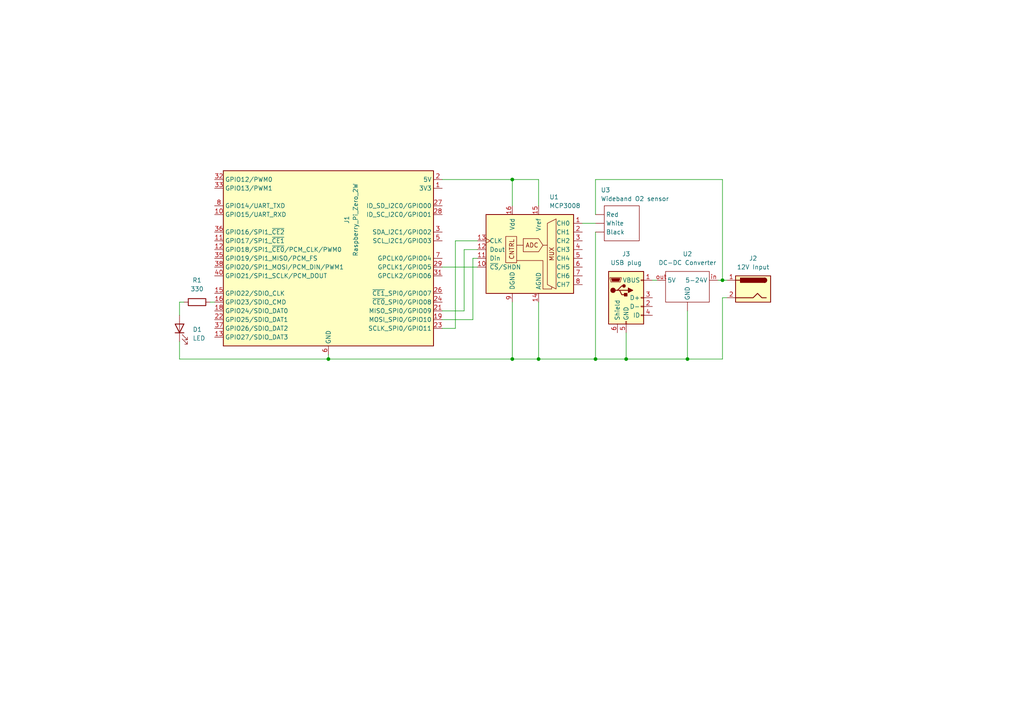
<source format=kicad_sch>
(kicad_sch
	(version 20250114)
	(generator "eeschema")
	(generator_version "9.0")
	(uuid "1b2f84d5-266a-4901-af4f-250e70ba90d8")
	(paper "A4")
	(lib_symbols
		(symbol "Analog_ADC:MCP3008"
			(pin_names
				(offset 1.016)
			)
			(exclude_from_sim no)
			(in_bom yes)
			(on_board yes)
			(property "Reference" "U"
				(at -5.08 13.335 0)
				(effects
					(font
						(size 1.27 1.27)
					)
					(justify right)
				)
			)
			(property "Value" "MCP3008"
				(at -5.08 11.43 0)
				(effects
					(font
						(size 1.27 1.27)
					)
					(justify right)
				)
			)
			(property "Footprint" ""
				(at 2.54 2.54 0)
				(effects
					(font
						(size 1.27 1.27)
					)
					(hide yes)
				)
			)
			(property "Datasheet" "http://ww1.microchip.com/downloads/en/DeviceDoc/21295d.pdf"
				(at 2.54 2.54 0)
				(effects
					(font
						(size 1.27 1.27)
					)
					(hide yes)
				)
			)
			(property "Description" "A/D Converter, 10-Bit, 8-Channel, SPI Interface , 2.7V-5.5V"
				(at 0 0 0)
				(effects
					(font
						(size 1.27 1.27)
					)
					(hide yes)
				)
			)
			(property "ki_keywords" "12bit ADC Reference Single Supply SPI 8CH"
				(at 0 0 0)
				(effects
					(font
						(size 1.27 1.27)
					)
					(hide yes)
				)
			)
			(property "ki_fp_filters" "DIP*W7.62mm* SOIC*3.9x9.9mm*P1.27mm*"
				(at 0 0 0)
				(effects
					(font
						(size 1.27 1.27)
					)
					(hide yes)
				)
			)
			(symbol "MCP3008_0_0"
				(text "MUX"
					(at -6.35 -1.27 900)
					(effects
						(font
							(size 1.27 1.27)
						)
					)
				)
				(text "ADC"
					(at -0.635 1.27 0)
					(effects
						(font
							(size 1.27 1.27)
						)
					)
				)
				(text "CNTRL"
					(at 5.969 -2.921 900)
					(effects
						(font
							(size 1.27 1.27)
						)
						(justify left bottom)
					)
				)
			)
			(symbol "MCP3008_0_1"
				(polyline
					(pts
						(xy -7.62 8.89) (xy -7.62 -11.43) (xy -5.08 -10.16) (xy -5.08 7.62) (xy -7.62 8.89)
					)
					(stroke
						(width 0)
						(type default)
					)
					(fill
						(type none)
					)
				)
				(polyline
					(pts
						(xy -3.81 1.27) (xy -5.08 1.27)
					)
					(stroke
						(width 0)
						(type default)
					)
					(fill
						(type none)
					)
				)
				(polyline
					(pts
						(xy 1.905 3.175) (xy 1.905 -0.635) (xy -2.54 -0.635) (xy -3.81 1.27) (xy -2.54 3.175) (xy 1.905 3.175)
					)
					(stroke
						(width 0)
						(type default)
					)
					(fill
						(type none)
					)
				)
				(polyline
					(pts
						(xy 1.905 1.27) (xy 3.81 1.27)
					)
					(stroke
						(width 0)
						(type default)
					)
					(fill
						(type none)
					)
				)
				(polyline
					(pts
						(xy 3.81 -3.175) (xy -3.81 -3.175) (xy -3.81 -11.43) (xy -6.35 -11.43) (xy -6.35 -10.795)
					)
					(stroke
						(width 0)
						(type default)
					)
					(fill
						(type none)
					)
				)
				(rectangle
					(start 3.81 -3.81)
					(end 6.985 3.81)
					(stroke
						(width 0)
						(type default)
					)
					(fill
						(type none)
					)
				)
				(rectangle
					(start 12.7 -12.7)
					(end -12.7 10.16)
					(stroke
						(width 0.254)
						(type default)
					)
					(fill
						(type background)
					)
				)
			)
			(symbol "MCP3008_1_1"
				(pin input line
					(at -15.24 7.62 0)
					(length 2.54)
					(name "CH0"
						(effects
							(font
								(size 1.27 1.27)
							)
						)
					)
					(number "1"
						(effects
							(font
								(size 1.27 1.27)
							)
						)
					)
				)
				(pin input line
					(at -15.24 5.08 0)
					(length 2.54)
					(name "CH1"
						(effects
							(font
								(size 1.27 1.27)
							)
						)
					)
					(number "2"
						(effects
							(font
								(size 1.27 1.27)
							)
						)
					)
				)
				(pin input line
					(at -15.24 2.54 0)
					(length 2.54)
					(name "CH2"
						(effects
							(font
								(size 1.27 1.27)
							)
						)
					)
					(number "3"
						(effects
							(font
								(size 1.27 1.27)
							)
						)
					)
				)
				(pin input line
					(at -15.24 0 0)
					(length 2.54)
					(name "CH3"
						(effects
							(font
								(size 1.27 1.27)
							)
						)
					)
					(number "4"
						(effects
							(font
								(size 1.27 1.27)
							)
						)
					)
				)
				(pin input line
					(at -15.24 -2.54 0)
					(length 2.54)
					(name "CH4"
						(effects
							(font
								(size 1.27 1.27)
							)
						)
					)
					(number "5"
						(effects
							(font
								(size 1.27 1.27)
							)
						)
					)
				)
				(pin input line
					(at -15.24 -5.08 0)
					(length 2.54)
					(name "CH5"
						(effects
							(font
								(size 1.27 1.27)
							)
						)
					)
					(number "6"
						(effects
							(font
								(size 1.27 1.27)
							)
						)
					)
				)
				(pin input line
					(at -15.24 -7.62 0)
					(length 2.54)
					(name "CH6"
						(effects
							(font
								(size 1.27 1.27)
							)
						)
					)
					(number "7"
						(effects
							(font
								(size 1.27 1.27)
							)
						)
					)
				)
				(pin input line
					(at -15.24 -10.16 0)
					(length 2.54)
					(name "CH7"
						(effects
							(font
								(size 1.27 1.27)
							)
						)
					)
					(number "8"
						(effects
							(font
								(size 1.27 1.27)
							)
						)
					)
				)
				(pin power_in line
					(at -2.54 12.7 270)
					(length 2.54)
					(name "Vref"
						(effects
							(font
								(size 1.27 1.27)
							)
						)
					)
					(number "15"
						(effects
							(font
								(size 1.27 1.27)
							)
						)
					)
				)
				(pin power_in line
					(at -2.54 -15.24 90)
					(length 2.54)
					(name "AGND"
						(effects
							(font
								(size 1.27 1.27)
							)
						)
					)
					(number "14"
						(effects
							(font
								(size 1.27 1.27)
							)
						)
					)
				)
				(pin power_in line
					(at 5.08 12.7 270)
					(length 2.54)
					(name "Vdd"
						(effects
							(font
								(size 1.27 1.27)
							)
						)
					)
					(number "16"
						(effects
							(font
								(size 1.27 1.27)
							)
						)
					)
				)
				(pin power_in line
					(at 5.08 -15.24 90)
					(length 2.54)
					(name "DGND"
						(effects
							(font
								(size 1.27 1.27)
							)
						)
					)
					(number "9"
						(effects
							(font
								(size 1.27 1.27)
							)
						)
					)
				)
				(pin input clock
					(at 15.24 2.54 180)
					(length 2.54)
					(name "CLK"
						(effects
							(font
								(size 1.27 1.27)
							)
						)
					)
					(number "13"
						(effects
							(font
								(size 1.27 1.27)
							)
						)
					)
				)
				(pin output line
					(at 15.24 0 180)
					(length 2.54)
					(name "Dout"
						(effects
							(font
								(size 1.27 1.27)
							)
						)
					)
					(number "12"
						(effects
							(font
								(size 1.27 1.27)
							)
						)
					)
				)
				(pin input line
					(at 15.24 -2.54 180)
					(length 2.54)
					(name "Din"
						(effects
							(font
								(size 1.27 1.27)
							)
						)
					)
					(number "11"
						(effects
							(font
								(size 1.27 1.27)
							)
						)
					)
				)
				(pin input line
					(at 15.24 -5.08 180)
					(length 2.54)
					(name "~{CS}/SHDN"
						(effects
							(font
								(size 1.27 1.27)
							)
						)
					)
					(number "10"
						(effects
							(font
								(size 1.27 1.27)
							)
						)
					)
				)
			)
			(embedded_fonts no)
		)
		(symbol "Connector:Barrel_Jack"
			(pin_names
				(offset 1.016)
			)
			(exclude_from_sim no)
			(in_bom yes)
			(on_board yes)
			(property "Reference" "J"
				(at 0 5.334 0)
				(effects
					(font
						(size 1.27 1.27)
					)
				)
			)
			(property "Value" "Barrel_Jack"
				(at 0 -5.08 0)
				(effects
					(font
						(size 1.27 1.27)
					)
				)
			)
			(property "Footprint" ""
				(at 1.27 -1.016 0)
				(effects
					(font
						(size 1.27 1.27)
					)
					(hide yes)
				)
			)
			(property "Datasheet" "~"
				(at 1.27 -1.016 0)
				(effects
					(font
						(size 1.27 1.27)
					)
					(hide yes)
				)
			)
			(property "Description" "DC Barrel Jack"
				(at 0 0 0)
				(effects
					(font
						(size 1.27 1.27)
					)
					(hide yes)
				)
			)
			(property "ki_keywords" "DC power barrel jack connector"
				(at 0 0 0)
				(effects
					(font
						(size 1.27 1.27)
					)
					(hide yes)
				)
			)
			(property "ki_fp_filters" "BarrelJack*"
				(at 0 0 0)
				(effects
					(font
						(size 1.27 1.27)
					)
					(hide yes)
				)
			)
			(symbol "Barrel_Jack_0_1"
				(rectangle
					(start -5.08 3.81)
					(end 5.08 -3.81)
					(stroke
						(width 0.254)
						(type default)
					)
					(fill
						(type background)
					)
				)
				(polyline
					(pts
						(xy -3.81 -2.54) (xy -2.54 -2.54) (xy -1.27 -1.27) (xy 0 -2.54) (xy 2.54 -2.54) (xy 5.08 -2.54)
					)
					(stroke
						(width 0.254)
						(type default)
					)
					(fill
						(type none)
					)
				)
				(arc
					(start -3.302 1.905)
					(mid -3.9343 2.54)
					(end -3.302 3.175)
					(stroke
						(width 0.254)
						(type default)
					)
					(fill
						(type none)
					)
				)
				(arc
					(start -3.302 1.905)
					(mid -3.9343 2.54)
					(end -3.302 3.175)
					(stroke
						(width 0.254)
						(type default)
					)
					(fill
						(type outline)
					)
				)
				(rectangle
					(start 3.683 3.175)
					(end -3.302 1.905)
					(stroke
						(width 0.254)
						(type default)
					)
					(fill
						(type outline)
					)
				)
				(polyline
					(pts
						(xy 5.08 2.54) (xy 3.81 2.54)
					)
					(stroke
						(width 0.254)
						(type default)
					)
					(fill
						(type none)
					)
				)
			)
			(symbol "Barrel_Jack_1_1"
				(pin passive line
					(at 7.62 2.54 180)
					(length 2.54)
					(name "~"
						(effects
							(font
								(size 1.27 1.27)
							)
						)
					)
					(number "1"
						(effects
							(font
								(size 1.27 1.27)
							)
						)
					)
				)
				(pin passive line
					(at 7.62 -2.54 180)
					(length 2.54)
					(name "~"
						(effects
							(font
								(size 1.27 1.27)
							)
						)
					)
					(number "2"
						(effects
							(font
								(size 1.27 1.27)
							)
						)
					)
				)
			)
			(embedded_fonts no)
		)
		(symbol "Connector:Raspberry_Pi_4"
			(exclude_from_sim no)
			(in_bom yes)
			(on_board yes)
			(property "Reference" "J"
				(at -17.526 48.768 0)
				(effects
					(font
						(size 1.27 1.27)
					)
					(justify left bottom)
				)
			)
			(property "Value" "Raspberry_Pi_4"
				(at 15.748 -26.416 0)
				(effects
					(font
						(size 1.27 1.27)
					)
					(justify left top)
				)
			)
			(property "Footprint" ""
				(at 70.104 -47.498 0)
				(effects
					(font
						(size 1.27 1.27)
					)
					(justify left)
					(hide yes)
				)
			)
			(property "Datasheet" "https://datasheets.raspberrypi.com/rpi4/raspberry-pi-4-datasheet.pdf"
				(at 15.748 -32.258 0)
				(effects
					(font
						(size 1.27 1.27)
					)
					(justify left)
					(hide yes)
				)
			)
			(property "Description" "Raspberry Pi 4 Model B"
				(at 15.748 -29.718 0)
				(effects
					(font
						(size 1.27 1.27)
					)
					(justify left)
					(hide yes)
				)
			)
			(property "ki_keywords" "SBC RPi"
				(at 0 0 0)
				(effects
					(font
						(size 1.27 1.27)
					)
					(hide yes)
				)
			)
			(property "ki_fp_filters" "PinHeader*2x20*P2.54mm*Vertical* PinSocket*2x20*P2.54mm*Vertical*"
				(at 0 0 0)
				(effects
					(font
						(size 1.27 1.27)
					)
					(hide yes)
				)
			)
			(symbol "Raspberry_Pi_4_0_1"
				(rectangle
					(start -30.48 25.4)
					(end 30.48 -25.4)
					(stroke
						(width 0.254)
						(type default)
					)
					(fill
						(type background)
					)
				)
			)
			(symbol "Raspberry_Pi_4_1_1"
				(pin bidirectional line
					(at -33.02 22.86 0)
					(length 2.54)
					(name "GPIO12/PWM0"
						(effects
							(font
								(size 1.27 1.27)
							)
						)
					)
					(number "32"
						(effects
							(font
								(size 1.27 1.27)
							)
						)
					)
				)
				(pin bidirectional line
					(at -33.02 20.32 0)
					(length 2.54)
					(name "GPIO13/PWM1"
						(effects
							(font
								(size 1.27 1.27)
							)
						)
					)
					(number "33"
						(effects
							(font
								(size 1.27 1.27)
							)
						)
					)
				)
				(pin bidirectional line
					(at -33.02 15.24 0)
					(length 2.54)
					(name "GPIO14/UART_TXD"
						(effects
							(font
								(size 1.27 1.27)
							)
						)
					)
					(number "8"
						(effects
							(font
								(size 1.27 1.27)
							)
						)
					)
				)
				(pin bidirectional line
					(at -33.02 12.7 0)
					(length 2.54)
					(name "GPIO15/UART_RXD"
						(effects
							(font
								(size 1.27 1.27)
							)
						)
					)
					(number "10"
						(effects
							(font
								(size 1.27 1.27)
							)
						)
					)
				)
				(pin bidirectional line
					(at -33.02 7.62 0)
					(length 2.54)
					(name "GPIO16/SPI1_~{CE2}"
						(effects
							(font
								(size 1.27 1.27)
							)
						)
					)
					(number "36"
						(effects
							(font
								(size 1.27 1.27)
							)
						)
					)
				)
				(pin bidirectional line
					(at -33.02 5.08 0)
					(length 2.54)
					(name "GPIO17/SPI1_~{CE1}"
						(effects
							(font
								(size 1.27 1.27)
							)
						)
					)
					(number "11"
						(effects
							(font
								(size 1.27 1.27)
							)
						)
					)
				)
				(pin bidirectional line
					(at -33.02 2.54 0)
					(length 2.54)
					(name "GPIO18/SPI1_~{CE0}/PCM_CLK/PWM0"
						(effects
							(font
								(size 1.27 1.27)
							)
						)
					)
					(number "12"
						(effects
							(font
								(size 1.27 1.27)
							)
						)
					)
				)
				(pin bidirectional line
					(at -33.02 0 0)
					(length 2.54)
					(name "GPIO19/SPI1_MISO/PCM_FS"
						(effects
							(font
								(size 1.27 1.27)
							)
						)
					)
					(number "35"
						(effects
							(font
								(size 1.27 1.27)
							)
						)
					)
				)
				(pin bidirectional line
					(at -33.02 -2.54 0)
					(length 2.54)
					(name "GPIO20/SPI1_MOSI/PCM_DIN/PWM1"
						(effects
							(font
								(size 1.27 1.27)
							)
						)
					)
					(number "38"
						(effects
							(font
								(size 1.27 1.27)
							)
						)
					)
				)
				(pin bidirectional line
					(at -33.02 -5.08 0)
					(length 2.54)
					(name "GPIO21/SPI1_SCLK/PCM_DOUT"
						(effects
							(font
								(size 1.27 1.27)
							)
						)
					)
					(number "40"
						(effects
							(font
								(size 1.27 1.27)
							)
						)
					)
				)
				(pin bidirectional line
					(at -33.02 -10.16 0)
					(length 2.54)
					(name "GPIO22/SDIO_CLK"
						(effects
							(font
								(size 1.27 1.27)
							)
						)
					)
					(number "15"
						(effects
							(font
								(size 1.27 1.27)
							)
						)
					)
				)
				(pin bidirectional line
					(at -33.02 -12.7 0)
					(length 2.54)
					(name "GPIO23/SDIO_CMD"
						(effects
							(font
								(size 1.27 1.27)
							)
						)
					)
					(number "16"
						(effects
							(font
								(size 1.27 1.27)
							)
						)
					)
				)
				(pin bidirectional line
					(at -33.02 -15.24 0)
					(length 2.54)
					(name "GPIO24/SDIO_DAT0"
						(effects
							(font
								(size 1.27 1.27)
							)
						)
					)
					(number "18"
						(effects
							(font
								(size 1.27 1.27)
							)
						)
					)
				)
				(pin bidirectional line
					(at -33.02 -17.78 0)
					(length 2.54)
					(name "GPIO25/SDIO_DAT1"
						(effects
							(font
								(size 1.27 1.27)
							)
						)
					)
					(number "22"
						(effects
							(font
								(size 1.27 1.27)
							)
						)
					)
				)
				(pin bidirectional line
					(at -33.02 -20.32 0)
					(length 2.54)
					(name "GPIO26/SDIO_DAT2"
						(effects
							(font
								(size 1.27 1.27)
							)
						)
					)
					(number "37"
						(effects
							(font
								(size 1.27 1.27)
							)
						)
					)
				)
				(pin bidirectional line
					(at -33.02 -22.86 0)
					(length 2.54)
					(name "GPIO27/SDIO_DAT3"
						(effects
							(font
								(size 1.27 1.27)
							)
						)
					)
					(number "13"
						(effects
							(font
								(size 1.27 1.27)
							)
						)
					)
				)
				(pin passive line
					(at 0 -27.94 90)
					(length 2.54)
					(hide yes)
					(name "GND"
						(effects
							(font
								(size 1.27 1.27)
							)
						)
					)
					(number "14"
						(effects
							(font
								(size 1.27 1.27)
							)
						)
					)
				)
				(pin passive line
					(at 0 -27.94 90)
					(length 2.54)
					(hide yes)
					(name "GND"
						(effects
							(font
								(size 1.27 1.27)
							)
						)
					)
					(number "20"
						(effects
							(font
								(size 1.27 1.27)
							)
						)
					)
				)
				(pin passive line
					(at 0 -27.94 90)
					(length 2.54)
					(hide yes)
					(name "GND"
						(effects
							(font
								(size 1.27 1.27)
							)
						)
					)
					(number "25"
						(effects
							(font
								(size 1.27 1.27)
							)
						)
					)
				)
				(pin passive line
					(at 0 -27.94 90)
					(length 2.54)
					(hide yes)
					(name "GND"
						(effects
							(font
								(size 1.27 1.27)
							)
						)
					)
					(number "30"
						(effects
							(font
								(size 1.27 1.27)
							)
						)
					)
				)
				(pin passive line
					(at 0 -27.94 90)
					(length 2.54)
					(hide yes)
					(name "GND"
						(effects
							(font
								(size 1.27 1.27)
							)
						)
					)
					(number "34"
						(effects
							(font
								(size 1.27 1.27)
							)
						)
					)
				)
				(pin passive line
					(at 0 -27.94 90)
					(length 2.54)
					(hide yes)
					(name "GND"
						(effects
							(font
								(size 1.27 1.27)
							)
						)
					)
					(number "39"
						(effects
							(font
								(size 1.27 1.27)
							)
						)
					)
				)
				(pin power_out line
					(at 0 -27.94 90)
					(length 2.54)
					(name "GND"
						(effects
							(font
								(size 1.27 1.27)
							)
						)
					)
					(number "6"
						(effects
							(font
								(size 1.27 1.27)
							)
						)
					)
				)
				(pin passive line
					(at 0 -27.94 90)
					(length 2.54)
					(hide yes)
					(name "GND"
						(effects
							(font
								(size 1.27 1.27)
							)
						)
					)
					(number "9"
						(effects
							(font
								(size 1.27 1.27)
							)
						)
					)
				)
				(pin power_out line
					(at 33.02 22.86 180)
					(length 2.54)
					(name "5V"
						(effects
							(font
								(size 1.27 1.27)
							)
						)
					)
					(number "2"
						(effects
							(font
								(size 1.27 1.27)
							)
						)
					)
				)
				(pin passive line
					(at 33.02 22.86 180)
					(length 2.54)
					(hide yes)
					(name "5V"
						(effects
							(font
								(size 1.27 1.27)
							)
						)
					)
					(number "4"
						(effects
							(font
								(size 1.27 1.27)
							)
						)
					)
				)
				(pin power_out line
					(at 33.02 20.32 180)
					(length 2.54)
					(name "3V3"
						(effects
							(font
								(size 1.27 1.27)
							)
						)
					)
					(number "1"
						(effects
							(font
								(size 1.27 1.27)
							)
						)
					)
				)
				(pin passive line
					(at 33.02 20.32 180)
					(length 2.54)
					(hide yes)
					(name "3V3"
						(effects
							(font
								(size 1.27 1.27)
							)
						)
					)
					(number "17"
						(effects
							(font
								(size 1.27 1.27)
							)
						)
					)
				)
				(pin bidirectional line
					(at 33.02 15.24 180)
					(length 2.54)
					(name "ID_SD_I2C0/GPIO00"
						(effects
							(font
								(size 1.27 1.27)
							)
						)
					)
					(number "27"
						(effects
							(font
								(size 1.27 1.27)
							)
						)
					)
				)
				(pin bidirectional line
					(at 33.02 12.7 180)
					(length 2.54)
					(name "ID_SC_I2C0/GPIO01"
						(effects
							(font
								(size 1.27 1.27)
							)
						)
					)
					(number "28"
						(effects
							(font
								(size 1.27 1.27)
							)
						)
					)
				)
				(pin bidirectional line
					(at 33.02 7.62 180)
					(length 2.54)
					(name "SDA_I2C1/GPIO02"
						(effects
							(font
								(size 1.27 1.27)
							)
						)
					)
					(number "3"
						(effects
							(font
								(size 1.27 1.27)
							)
						)
					)
				)
				(pin bidirectional line
					(at 33.02 5.08 180)
					(length 2.54)
					(name "SCL_I2C1/GPIO03"
						(effects
							(font
								(size 1.27 1.27)
							)
						)
					)
					(number "5"
						(effects
							(font
								(size 1.27 1.27)
							)
						)
					)
				)
				(pin bidirectional line
					(at 33.02 0 180)
					(length 2.54)
					(name "GPCLK0/GPIO04"
						(effects
							(font
								(size 1.27 1.27)
							)
						)
					)
					(number "7"
						(effects
							(font
								(size 1.27 1.27)
							)
						)
					)
				)
				(pin bidirectional line
					(at 33.02 -2.54 180)
					(length 2.54)
					(name "GPCLK1/GPIO05"
						(effects
							(font
								(size 1.27 1.27)
							)
						)
					)
					(number "29"
						(effects
							(font
								(size 1.27 1.27)
							)
						)
					)
				)
				(pin bidirectional line
					(at 33.02 -5.08 180)
					(length 2.54)
					(name "GPCLK2/GPIO06"
						(effects
							(font
								(size 1.27 1.27)
							)
						)
					)
					(number "31"
						(effects
							(font
								(size 1.27 1.27)
							)
						)
					)
				)
				(pin bidirectional line
					(at 33.02 -10.16 180)
					(length 2.54)
					(name "~{CE1}_SPI0/GPIO07"
						(effects
							(font
								(size 1.27 1.27)
							)
						)
					)
					(number "26"
						(effects
							(font
								(size 1.27 1.27)
							)
						)
					)
				)
				(pin bidirectional line
					(at 33.02 -12.7 180)
					(length 2.54)
					(name "~{CE0}_SPI0/GPIO08"
						(effects
							(font
								(size 1.27 1.27)
							)
						)
					)
					(number "24"
						(effects
							(font
								(size 1.27 1.27)
							)
						)
					)
				)
				(pin bidirectional line
					(at 33.02 -15.24 180)
					(length 2.54)
					(name "MISO_SPI0/GPIO09"
						(effects
							(font
								(size 1.27 1.27)
							)
						)
					)
					(number "21"
						(effects
							(font
								(size 1.27 1.27)
							)
						)
					)
				)
				(pin bidirectional line
					(at 33.02 -17.78 180)
					(length 2.54)
					(name "MOSI_SPI0/GPIO10"
						(effects
							(font
								(size 1.27 1.27)
							)
						)
					)
					(number "19"
						(effects
							(font
								(size 1.27 1.27)
							)
						)
					)
				)
				(pin bidirectional line
					(at 33.02 -20.32 180)
					(length 2.54)
					(name "SCLK_SPI0/GPIO11"
						(effects
							(font
								(size 1.27 1.27)
							)
						)
					)
					(number "23"
						(effects
							(font
								(size 1.27 1.27)
							)
						)
					)
				)
			)
			(embedded_fonts no)
		)
		(symbol "Connector:USB_B_Mini"
			(pin_names
				(offset 1.016)
			)
			(exclude_from_sim no)
			(in_bom yes)
			(on_board yes)
			(property "Reference" "J"
				(at -5.08 11.43 0)
				(effects
					(font
						(size 1.27 1.27)
					)
					(justify left)
				)
			)
			(property "Value" "USB_B_Mini"
				(at -5.08 8.89 0)
				(effects
					(font
						(size 1.27 1.27)
					)
					(justify left)
				)
			)
			(property "Footprint" ""
				(at 3.81 -1.27 0)
				(effects
					(font
						(size 1.27 1.27)
					)
					(hide yes)
				)
			)
			(property "Datasheet" "~"
				(at 3.81 -1.27 0)
				(effects
					(font
						(size 1.27 1.27)
					)
					(hide yes)
				)
			)
			(property "Description" "USB Mini Type B connector"
				(at 0 0 0)
				(effects
					(font
						(size 1.27 1.27)
					)
					(hide yes)
				)
			)
			(property "ki_keywords" "connector USB mini"
				(at 0 0 0)
				(effects
					(font
						(size 1.27 1.27)
					)
					(hide yes)
				)
			)
			(property "ki_fp_filters" "USB*Mini*B*"
				(at 0 0 0)
				(effects
					(font
						(size 1.27 1.27)
					)
					(hide yes)
				)
			)
			(symbol "USB_B_Mini_0_1"
				(rectangle
					(start -5.08 -7.62)
					(end 5.08 7.62)
					(stroke
						(width 0.254)
						(type default)
					)
					(fill
						(type background)
					)
				)
				(polyline
					(pts
						(xy -4.699 5.842) (xy -4.699 5.588) (xy -4.445 4.826) (xy -4.445 4.572) (xy -1.651 4.572) (xy -1.651 4.826)
						(xy -1.397 5.588) (xy -1.397 5.842) (xy -4.699 5.842)
					)
					(stroke
						(width 0)
						(type default)
					)
					(fill
						(type none)
					)
				)
				(polyline
					(pts
						(xy -4.318 5.588) (xy -1.778 5.588) (xy -2.032 4.826) (xy -4.064 4.826) (xy -4.318 5.588)
					)
					(stroke
						(width 0)
						(type default)
					)
					(fill
						(type outline)
					)
				)
				(circle
					(center -3.81 2.159)
					(radius 0.635)
					(stroke
						(width 0.254)
						(type default)
					)
					(fill
						(type outline)
					)
				)
				(polyline
					(pts
						(xy -3.175 2.159) (xy -2.54 2.159) (xy -1.27 3.429) (xy -0.635 3.429)
					)
					(stroke
						(width 0.254)
						(type default)
					)
					(fill
						(type none)
					)
				)
				(polyline
					(pts
						(xy -2.54 2.159) (xy -1.905 2.159) (xy -1.27 0.889) (xy 0 0.889)
					)
					(stroke
						(width 0.254)
						(type default)
					)
					(fill
						(type none)
					)
				)
				(polyline
					(pts
						(xy -1.905 2.159) (xy 0.635 2.159)
					)
					(stroke
						(width 0.254)
						(type default)
					)
					(fill
						(type none)
					)
				)
				(circle
					(center -0.635 3.429)
					(radius 0.381)
					(stroke
						(width 0.254)
						(type default)
					)
					(fill
						(type outline)
					)
				)
				(rectangle
					(start -0.127 -7.62)
					(end 0.127 -6.858)
					(stroke
						(width 0)
						(type default)
					)
					(fill
						(type none)
					)
				)
				(rectangle
					(start 0.254 1.27)
					(end -0.508 0.508)
					(stroke
						(width 0.254)
						(type default)
					)
					(fill
						(type outline)
					)
				)
				(polyline
					(pts
						(xy 0.635 2.794) (xy 0.635 1.524) (xy 1.905 2.159) (xy 0.635 2.794)
					)
					(stroke
						(width 0.254)
						(type default)
					)
					(fill
						(type outline)
					)
				)
				(rectangle
					(start 5.08 4.953)
					(end 4.318 5.207)
					(stroke
						(width 0)
						(type default)
					)
					(fill
						(type none)
					)
				)
				(rectangle
					(start 5.08 -0.127)
					(end 4.318 0.127)
					(stroke
						(width 0)
						(type default)
					)
					(fill
						(type none)
					)
				)
				(rectangle
					(start 5.08 -2.667)
					(end 4.318 -2.413)
					(stroke
						(width 0)
						(type default)
					)
					(fill
						(type none)
					)
				)
				(rectangle
					(start 5.08 -5.207)
					(end 4.318 -4.953)
					(stroke
						(width 0)
						(type default)
					)
					(fill
						(type none)
					)
				)
			)
			(symbol "USB_B_Mini_1_1"
				(pin passive line
					(at -2.54 -10.16 90)
					(length 2.54)
					(name "Shield"
						(effects
							(font
								(size 1.27 1.27)
							)
						)
					)
					(number "6"
						(effects
							(font
								(size 1.27 1.27)
							)
						)
					)
				)
				(pin power_out line
					(at 0 -10.16 90)
					(length 2.54)
					(name "GND"
						(effects
							(font
								(size 1.27 1.27)
							)
						)
					)
					(number "5"
						(effects
							(font
								(size 1.27 1.27)
							)
						)
					)
				)
				(pin power_out line
					(at 7.62 5.08 180)
					(length 2.54)
					(name "VBUS"
						(effects
							(font
								(size 1.27 1.27)
							)
						)
					)
					(number "1"
						(effects
							(font
								(size 1.27 1.27)
							)
						)
					)
				)
				(pin bidirectional line
					(at 7.62 0 180)
					(length 2.54)
					(name "D+"
						(effects
							(font
								(size 1.27 1.27)
							)
						)
					)
					(number "3"
						(effects
							(font
								(size 1.27 1.27)
							)
						)
					)
				)
				(pin bidirectional line
					(at 7.62 -2.54 180)
					(length 2.54)
					(name "D-"
						(effects
							(font
								(size 1.27 1.27)
							)
						)
					)
					(number "2"
						(effects
							(font
								(size 1.27 1.27)
							)
						)
					)
				)
				(pin passive line
					(at 7.62 -5.08 180)
					(length 2.54)
					(name "ID"
						(effects
							(font
								(size 1.27 1.27)
							)
						)
					)
					(number "4"
						(effects
							(font
								(size 1.27 1.27)
							)
						)
					)
				)
			)
			(embedded_fonts no)
		)
		(symbol "Device:LED"
			(pin_numbers
				(hide yes)
			)
			(pin_names
				(offset 1.016)
				(hide yes)
			)
			(exclude_from_sim no)
			(in_bom yes)
			(on_board yes)
			(property "Reference" "D"
				(at 0 2.54 0)
				(effects
					(font
						(size 1.27 1.27)
					)
				)
			)
			(property "Value" "LED"
				(at 0 -2.54 0)
				(effects
					(font
						(size 1.27 1.27)
					)
				)
			)
			(property "Footprint" ""
				(at 0 0 0)
				(effects
					(font
						(size 1.27 1.27)
					)
					(hide yes)
				)
			)
			(property "Datasheet" "~"
				(at 0 0 0)
				(effects
					(font
						(size 1.27 1.27)
					)
					(hide yes)
				)
			)
			(property "Description" "Light emitting diode"
				(at 0 0 0)
				(effects
					(font
						(size 1.27 1.27)
					)
					(hide yes)
				)
			)
			(property "Sim.Pins" "1=K 2=A"
				(at 0 0 0)
				(effects
					(font
						(size 1.27 1.27)
					)
					(hide yes)
				)
			)
			(property "ki_keywords" "LED diode"
				(at 0 0 0)
				(effects
					(font
						(size 1.27 1.27)
					)
					(hide yes)
				)
			)
			(property "ki_fp_filters" "LED* LED_SMD:* LED_THT:*"
				(at 0 0 0)
				(effects
					(font
						(size 1.27 1.27)
					)
					(hide yes)
				)
			)
			(symbol "LED_0_1"
				(polyline
					(pts
						(xy -3.048 -0.762) (xy -4.572 -2.286) (xy -3.81 -2.286) (xy -4.572 -2.286) (xy -4.572 -1.524)
					)
					(stroke
						(width 0)
						(type default)
					)
					(fill
						(type none)
					)
				)
				(polyline
					(pts
						(xy -1.778 -0.762) (xy -3.302 -2.286) (xy -2.54 -2.286) (xy -3.302 -2.286) (xy -3.302 -1.524)
					)
					(stroke
						(width 0)
						(type default)
					)
					(fill
						(type none)
					)
				)
				(polyline
					(pts
						(xy -1.27 0) (xy 1.27 0)
					)
					(stroke
						(width 0)
						(type default)
					)
					(fill
						(type none)
					)
				)
				(polyline
					(pts
						(xy -1.27 -1.27) (xy -1.27 1.27)
					)
					(stroke
						(width 0.254)
						(type default)
					)
					(fill
						(type none)
					)
				)
				(polyline
					(pts
						(xy 1.27 -1.27) (xy 1.27 1.27) (xy -1.27 0) (xy 1.27 -1.27)
					)
					(stroke
						(width 0.254)
						(type default)
					)
					(fill
						(type none)
					)
				)
			)
			(symbol "LED_1_1"
				(pin passive line
					(at -3.81 0 0)
					(length 2.54)
					(name "K"
						(effects
							(font
								(size 1.27 1.27)
							)
						)
					)
					(number "1"
						(effects
							(font
								(size 1.27 1.27)
							)
						)
					)
				)
				(pin passive line
					(at 3.81 0 180)
					(length 2.54)
					(name "A"
						(effects
							(font
								(size 1.27 1.27)
							)
						)
					)
					(number "2"
						(effects
							(font
								(size 1.27 1.27)
							)
						)
					)
				)
			)
			(embedded_fonts no)
		)
		(symbol "Device:R"
			(pin_numbers
				(hide yes)
			)
			(pin_names
				(offset 0)
			)
			(exclude_from_sim no)
			(in_bom yes)
			(on_board yes)
			(property "Reference" "R"
				(at 2.032 0 90)
				(effects
					(font
						(size 1.27 1.27)
					)
				)
			)
			(property "Value" "R"
				(at 0 0 90)
				(effects
					(font
						(size 1.27 1.27)
					)
				)
			)
			(property "Footprint" ""
				(at -1.778 0 90)
				(effects
					(font
						(size 1.27 1.27)
					)
					(hide yes)
				)
			)
			(property "Datasheet" "~"
				(at 0 0 0)
				(effects
					(font
						(size 1.27 1.27)
					)
					(hide yes)
				)
			)
			(property "Description" "Resistor"
				(at 0 0 0)
				(effects
					(font
						(size 1.27 1.27)
					)
					(hide yes)
				)
			)
			(property "ki_keywords" "R res resistor"
				(at 0 0 0)
				(effects
					(font
						(size 1.27 1.27)
					)
					(hide yes)
				)
			)
			(property "ki_fp_filters" "R_*"
				(at 0 0 0)
				(effects
					(font
						(size 1.27 1.27)
					)
					(hide yes)
				)
			)
			(symbol "R_0_1"
				(rectangle
					(start -1.016 -2.54)
					(end 1.016 2.54)
					(stroke
						(width 0.254)
						(type default)
					)
					(fill
						(type none)
					)
				)
			)
			(symbol "R_1_1"
				(pin passive line
					(at 0 3.81 270)
					(length 1.27)
					(name "~"
						(effects
							(font
								(size 1.27 1.27)
							)
						)
					)
					(number "1"
						(effects
							(font
								(size 1.27 1.27)
							)
						)
					)
				)
				(pin passive line
					(at 0 -3.81 90)
					(length 1.27)
					(name "~"
						(effects
							(font
								(size 1.27 1.27)
							)
						)
					)
					(number "2"
						(effects
							(font
								(size 1.27 1.27)
							)
						)
					)
				)
			)
			(embedded_fonts no)
		)
		(symbol "shm_symbols:5V_DC-DC_converter"
			(exclude_from_sim no)
			(in_bom yes)
			(on_board yes)
			(property "Reference" "U"
				(at -8.636 -1.27 0)
				(effects
					(font
						(size 1.27 1.27)
					)
				)
			)
			(property "Value" ""
				(at 0 0 0)
				(effects
					(font
						(size 1.27 1.27)
					)
				)
			)
			(property "Footprint" ""
				(at 0 0 0)
				(effects
					(font
						(size 1.27 1.27)
					)
					(hide yes)
				)
			)
			(property "Datasheet" ""
				(at 0 0 0)
				(effects
					(font
						(size 1.27 1.27)
					)
					(hide yes)
				)
			)
			(property "Description" ""
				(at 0 0 0)
				(effects
					(font
						(size 1.27 1.27)
					)
					(hide yes)
				)
			)
			(symbol "5V_DC-DC_converter_0_1"
				(rectangle
					(start -3.81 -5.08)
					(end 8.89 -13.97)
					(stroke
						(width 0)
						(type default)
					)
					(fill
						(type none)
					)
				)
			)
			(symbol "5V_DC-DC_converter_1_1"
				(pin input line
					(at -6.35 -7.62 0)
					(length 2.54)
					(name "5V"
						(effects
							(font
								(size 1.27 1.27)
							)
						)
					)
					(number "out"
						(effects
							(font
								(size 1.27 1.27)
							)
						)
					)
				)
				(pin input line
					(at 2.54 -16.51 90)
					(length 2.54)
					(name "GND"
						(effects
							(font
								(size 1.27 1.27)
							)
						)
					)
					(number ""
						(effects
							(font
								(size 1.27 1.27)
							)
						)
					)
				)
				(pin input line
					(at 11.43 -7.62 180)
					(length 2.54)
					(name "5-24V"
						(effects
							(font
								(size 1.27 1.27)
							)
						)
					)
					(number "in"
						(effects
							(font
								(size 1.27 1.27)
							)
						)
					)
				)
			)
			(embedded_fonts no)
		)
		(symbol "shm_symbols:Vacuum_sensor"
			(exclude_from_sim no)
			(in_bom yes)
			(on_board yes)
			(property "Reference" "U3"
				(at -1.016 2.032 0)
				(effects
					(font
						(size 1.27 1.27)
					)
					(justify left)
				)
			)
			(property "Value" "Vacuum sensor"
				(at -1.016 -0.508 0)
				(effects
					(font
						(size 1.27 1.27)
					)
					(justify left)
				)
			)
			(property "Footprint" ""
				(at 0 0 0)
				(effects
					(font
						(size 1.27 1.27)
					)
					(hide yes)
				)
			)
			(property "Datasheet" ""
				(at 0 0 0)
				(effects
					(font
						(size 1.27 1.27)
					)
					(hide yes)
				)
			)
			(property "Description" ""
				(at 0 0 0)
				(effects
					(font
						(size 1.27 1.27)
					)
					(hide yes)
				)
			)
			(symbol "Vacuum_sensor_0_1"
				(rectangle
					(start 0 -2.54)
					(end 10.16 -12.7)
					(stroke
						(width 0)
						(type default)
					)
					(fill
						(type none)
					)
				)
			)
			(symbol "Vacuum_sensor_1_1"
				(pin input line
					(at -2.54 -5.08 0)
					(length 2.54)
					(name "Red"
						(effects
							(font
								(size 1.27 1.27)
							)
						)
					)
					(number ""
						(effects
							(font
								(size 1.27 1.27)
							)
						)
					)
				)
				(pin input line
					(at -2.54 -7.62 0)
					(length 2.54)
					(name "White"
						(effects
							(font
								(size 1.27 1.27)
							)
						)
					)
					(number ""
						(effects
							(font
								(size 1.27 1.27)
							)
						)
					)
				)
				(pin input line
					(at -2.54 -10.16 0)
					(length 2.54)
					(name "Black"
						(effects
							(font
								(size 1.27 1.27)
							)
						)
					)
					(number ""
						(effects
							(font
								(size 1.27 1.27)
							)
						)
					)
				)
			)
			(embedded_fonts no)
		)
	)
	(junction
		(at 148.59 52.07)
		(diameter 0)
		(color 0 0 0 0)
		(uuid "0d8943e8-d5ea-4edf-8eb9-11d45b0e9448")
	)
	(junction
		(at 209.55 81.28)
		(diameter 0)
		(color 0 0 0 0)
		(uuid "41920552-ed4e-4031-bbc3-be1be10de5f4")
	)
	(junction
		(at 95.25 104.14)
		(diameter 0)
		(color 0 0 0 0)
		(uuid "a1607bc0-3e37-4217-98d3-a72626f0966b")
	)
	(junction
		(at 148.59 104.14)
		(diameter 0)
		(color 0 0 0 0)
		(uuid "c2039df2-14fc-4bc2-8125-e47453f4fc3b")
	)
	(junction
		(at 156.21 104.14)
		(diameter 0)
		(color 0 0 0 0)
		(uuid "c8881bf4-ab63-47aa-ac98-cbeb6120d30c")
	)
	(junction
		(at 172.72 104.14)
		(diameter 0)
		(color 0 0 0 0)
		(uuid "dbb99dac-6969-4dde-87ec-2353fad8b333")
	)
	(junction
		(at 199.39 104.14)
		(diameter 0)
		(color 0 0 0 0)
		(uuid "edc7055e-34a5-44a4-956b-6e1c889568c7")
	)
	(junction
		(at 181.61 104.14)
		(diameter 0)
		(color 0 0 0 0)
		(uuid "f4c87b7d-432e-4b7f-a04b-411890402c76")
	)
	(wire
		(pts
			(xy 148.59 87.63) (xy 148.59 104.14)
		)
		(stroke
			(width 0)
			(type default)
		)
		(uuid "09614b8a-5ed4-45fe-bb5c-64ec23dd2fa4")
	)
	(wire
		(pts
			(xy 156.21 52.07) (xy 156.21 59.69)
		)
		(stroke
			(width 0)
			(type default)
		)
		(uuid "261afc22-6643-4121-a129-1b9e5d8890c7")
	)
	(wire
		(pts
			(xy 60.96 87.63) (xy 62.23 87.63)
		)
		(stroke
			(width 0)
			(type default)
		)
		(uuid "2a2938d2-be04-4b3a-852f-b27c60d48563")
	)
	(wire
		(pts
			(xy 190.5 81.28) (xy 189.23 81.28)
		)
		(stroke
			(width 0)
			(type default)
		)
		(uuid "30b2f4a2-591e-474e-8fb5-cf0522e4bc12")
	)
	(wire
		(pts
			(xy 156.21 87.63) (xy 156.21 104.14)
		)
		(stroke
			(width 0)
			(type default)
		)
		(uuid "389e7810-be51-41a6-be76-b9935d6f682e")
	)
	(wire
		(pts
			(xy 172.72 104.14) (xy 156.21 104.14)
		)
		(stroke
			(width 0)
			(type default)
		)
		(uuid "3f0bed99-d610-42a5-abec-ce5a1206a1bf")
	)
	(wire
		(pts
			(xy 52.07 87.63) (xy 52.07 91.44)
		)
		(stroke
			(width 0)
			(type default)
		)
		(uuid "43cbd8eb-c5f6-4b45-aa2c-bd236722b55d")
	)
	(wire
		(pts
			(xy 52.07 87.63) (xy 53.34 87.63)
		)
		(stroke
			(width 0)
			(type default)
		)
		(uuid "53459b80-4dd5-44c9-b5cb-6f61c9e09b54")
	)
	(wire
		(pts
			(xy 172.72 52.07) (xy 209.55 52.07)
		)
		(stroke
			(width 0)
			(type default)
		)
		(uuid "53db3fd5-031a-41f2-a1e4-91df8baad5a9")
	)
	(wire
		(pts
			(xy 95.25 104.14) (xy 95.25 102.87)
		)
		(stroke
			(width 0)
			(type default)
		)
		(uuid "616f1120-dcc9-4eb0-85f6-c77e7ac8b1d0")
	)
	(wire
		(pts
			(xy 208.28 81.28) (xy 209.55 81.28)
		)
		(stroke
			(width 0)
			(type default)
		)
		(uuid "65753a20-f580-408c-b8e0-73a8bfcb5a8e")
	)
	(wire
		(pts
			(xy 199.39 104.14) (xy 209.55 104.14)
		)
		(stroke
			(width 0)
			(type default)
		)
		(uuid "698c5211-ccf3-4a82-abf1-8a6e09de9850")
	)
	(wire
		(pts
			(xy 134.62 90.17) (xy 128.27 90.17)
		)
		(stroke
			(width 0)
			(type default)
		)
		(uuid "6cc11e82-79a3-4fe2-9557-978068c7301b")
	)
	(wire
		(pts
			(xy 172.72 104.14) (xy 181.61 104.14)
		)
		(stroke
			(width 0)
			(type default)
		)
		(uuid "6cd3ee0a-0f61-4a02-bb09-3aae450b45ca")
	)
	(wire
		(pts
			(xy 95.25 104.14) (xy 148.59 104.14)
		)
		(stroke
			(width 0)
			(type default)
		)
		(uuid "7aa98239-2100-427d-ae16-8963f60a1397")
	)
	(wire
		(pts
			(xy 128.27 77.47) (xy 138.43 77.47)
		)
		(stroke
			(width 0)
			(type default)
		)
		(uuid "7b1fa9ed-1938-4ced-b7fe-04948836bf62")
	)
	(wire
		(pts
			(xy 138.43 74.93) (xy 137.16 74.93)
		)
		(stroke
			(width 0)
			(type default)
		)
		(uuid "85a2f011-c9e4-41fd-88ee-fbcceead3b9b")
	)
	(wire
		(pts
			(xy 52.07 99.06) (xy 52.07 104.14)
		)
		(stroke
			(width 0)
			(type default)
		)
		(uuid "8aa946a4-5cf1-4233-be3c-f84c68717277")
	)
	(wire
		(pts
			(xy 134.62 72.39) (xy 134.62 90.17)
		)
		(stroke
			(width 0)
			(type default)
		)
		(uuid "8ac041fa-349a-4b1b-92b7-548bd1b8db5e")
	)
	(wire
		(pts
			(xy 138.43 72.39) (xy 134.62 72.39)
		)
		(stroke
			(width 0)
			(type default)
		)
		(uuid "8aed8ff0-0bad-47ab-8e44-dab4217c83ea")
	)
	(wire
		(pts
			(xy 181.61 96.52) (xy 181.61 104.14)
		)
		(stroke
			(width 0)
			(type default)
		)
		(uuid "8b676c6a-0c8b-4881-a1e9-65a16b5f8dea")
	)
	(wire
		(pts
			(xy 172.72 67.31) (xy 172.72 104.14)
		)
		(stroke
			(width 0)
			(type default)
		)
		(uuid "8cb85539-c814-4153-9f29-bad97acfccbd")
	)
	(wire
		(pts
			(xy 137.16 74.93) (xy 137.16 92.71)
		)
		(stroke
			(width 0)
			(type default)
		)
		(uuid "977c97fd-25bc-47d1-9661-9a86b58e6ab0")
	)
	(wire
		(pts
			(xy 199.39 90.17) (xy 199.39 104.14)
		)
		(stroke
			(width 0)
			(type default)
		)
		(uuid "9a871fbc-0fe4-4374-b4f5-08de95edb584")
	)
	(wire
		(pts
			(xy 156.21 52.07) (xy 148.59 52.07)
		)
		(stroke
			(width 0)
			(type default)
		)
		(uuid "a96e680a-1010-49e3-ad1c-0370e04adcb4")
	)
	(wire
		(pts
			(xy 52.07 104.14) (xy 95.25 104.14)
		)
		(stroke
			(width 0)
			(type default)
		)
		(uuid "ae09075e-8163-4f70-b344-354d35fbb9cd")
	)
	(wire
		(pts
			(xy 156.21 104.14) (xy 148.59 104.14)
		)
		(stroke
			(width 0)
			(type default)
		)
		(uuid "b15934c2-3413-4a59-ad5e-e2a23bd90b7e")
	)
	(wire
		(pts
			(xy 209.55 52.07) (xy 209.55 81.28)
		)
		(stroke
			(width 0)
			(type default)
		)
		(uuid "b1e59f9b-e939-42f8-b644-79ebf918b027")
	)
	(wire
		(pts
			(xy 138.43 69.85) (xy 132.08 69.85)
		)
		(stroke
			(width 0)
			(type default)
		)
		(uuid "b3c69c2f-d501-4e59-96d8-620a2645e95c")
	)
	(wire
		(pts
			(xy 148.59 52.07) (xy 148.59 59.69)
		)
		(stroke
			(width 0)
			(type default)
		)
		(uuid "b4baf0dd-823a-402f-87f3-2b21b5cb9e2d")
	)
	(wire
		(pts
			(xy 209.55 86.36) (xy 210.82 86.36)
		)
		(stroke
			(width 0)
			(type default)
		)
		(uuid "b8174f8c-ec70-4754-8e18-f2d7eedac367")
	)
	(wire
		(pts
			(xy 209.55 86.36) (xy 209.55 104.14)
		)
		(stroke
			(width 0)
			(type default)
		)
		(uuid "c4b1fb59-fca1-461d-aaf3-780921e800de")
	)
	(wire
		(pts
			(xy 181.61 104.14) (xy 199.39 104.14)
		)
		(stroke
			(width 0)
			(type default)
		)
		(uuid "d2742819-ce40-4057-9f1c-ad5d589099a1")
	)
	(wire
		(pts
			(xy 172.72 62.23) (xy 172.72 52.07)
		)
		(stroke
			(width 0)
			(type default)
		)
		(uuid "e1257d0f-6324-41da-958f-548abfd2d9c0")
	)
	(wire
		(pts
			(xy 128.27 52.07) (xy 148.59 52.07)
		)
		(stroke
			(width 0)
			(type default)
		)
		(uuid "e2eb7e9d-7ccb-481e-89d6-c941fc620d56")
	)
	(wire
		(pts
			(xy 209.55 81.28) (xy 210.82 81.28)
		)
		(stroke
			(width 0)
			(type default)
		)
		(uuid "e75d2729-6d10-4692-b60f-1ec30c7691f6")
	)
	(wire
		(pts
			(xy 132.08 69.85) (xy 132.08 95.25)
		)
		(stroke
			(width 0)
			(type default)
		)
		(uuid "f0ed41b2-fbab-416d-916e-5684d628f0b7")
	)
	(wire
		(pts
			(xy 172.72 64.77) (xy 168.91 64.77)
		)
		(stroke
			(width 0)
			(type default)
		)
		(uuid "f379bb0c-b1f0-4313-941b-935a83af549e")
	)
	(wire
		(pts
			(xy 132.08 95.25) (xy 128.27 95.25)
		)
		(stroke
			(width 0)
			(type default)
		)
		(uuid "f3eb418b-e83e-458e-9b4d-08c3f63fdc59")
	)
	(wire
		(pts
			(xy 137.16 92.71) (xy 128.27 92.71)
		)
		(stroke
			(width 0)
			(type default)
		)
		(uuid "f9c14ddf-b7e9-4eaf-82c5-0c49cde53b0a")
	)
	(symbol
		(lib_id "shm_symbols:5V_DC-DC_converter")
		(at 196.85 73.66 0)
		(unit 1)
		(exclude_from_sim no)
		(in_bom yes)
		(on_board yes)
		(dnp no)
		(fields_autoplaced yes)
		(uuid "0c3c8e30-3535-4f7f-9fe5-46428e9922ff")
		(property "Reference" "U2"
			(at 199.39 73.66 0)
			(effects
				(font
					(size 1.27 1.27)
				)
			)
		)
		(property "Value" "DC-DC Converter"
			(at 199.39 76.2 0)
			(effects
				(font
					(size 1.27 1.27)
				)
			)
		)
		(property "Footprint" ""
			(at 196.85 73.66 0)
			(effects
				(font
					(size 1.27 1.27)
				)
				(hide yes)
			)
		)
		(property "Datasheet" ""
			(at 196.85 73.66 0)
			(effects
				(font
					(size 1.27 1.27)
				)
				(hide yes)
			)
		)
		(property "Description" ""
			(at 196.85 73.66 0)
			(effects
				(font
					(size 1.27 1.27)
				)
				(hide yes)
			)
		)
		(pin "in"
			(uuid "5888c840-3c26-416c-b94f-80e46d492ad3")
		)
		(pin "out"
			(uuid "549116ce-aa38-48c7-8365-e87daa0c023f")
		)
		(pin ""
			(uuid "f0427af4-770a-4e8a-b9a8-b2056f66594d")
		)
		(instances
			(project ""
				(path "/1b2f84d5-266a-4901-af4f-250e70ba90d8"
					(reference "U2")
					(unit 1)
				)
			)
		)
	)
	(symbol
		(lib_id "Connector:Raspberry_Pi_4")
		(at 95.25 74.93 0)
		(unit 1)
		(exclude_from_sim no)
		(in_bom yes)
		(on_board yes)
		(dnp no)
		(uuid "30e2c5cc-2166-406f-aaf0-dfa48f952aa9")
		(property "Reference" "J1"
			(at 100.584 63.754 90)
			(effects
				(font
					(size 1.27 1.27)
				)
			)
		)
		(property "Value" "Raspberry_Pi_Zero_2W"
			(at 103.124 63.754 90)
			(effects
				(font
					(size 1.27 1.27)
				)
			)
		)
		(property "Footprint" ""
			(at 165.354 122.428 0)
			(effects
				(font
					(size 1.27 1.27)
				)
				(justify left)
				(hide yes)
			)
		)
		(property "Datasheet" "https://datasheets.raspberrypi.com/rpi4/raspberry-pi-4-datasheet.pdf"
			(at 110.998 107.188 0)
			(effects
				(font
					(size 1.27 1.27)
				)
				(justify left)
				(hide yes)
			)
		)
		(property "Description" "Raspberry Pi 4 Model B"
			(at 110.998 104.648 0)
			(effects
				(font
					(size 1.27 1.27)
				)
				(justify left)
				(hide yes)
			)
		)
		(pin "37"
			(uuid "bc9f2718-3cc8-40ce-9c24-3a2449f01406")
		)
		(pin "36"
			(uuid "20ac16ab-a4b5-4c8b-8886-2ba241230474")
		)
		(pin "25"
			(uuid "d3bcde65-ae63-4ec8-a454-062827500462")
		)
		(pin "40"
			(uuid "5add335c-0128-4342-9135-770dd19a4fde")
		)
		(pin "16"
			(uuid "64cde508-d1f5-42d0-96f8-05f30b543a2c")
		)
		(pin "32"
			(uuid "6c5e1758-43e9-4867-984e-5807ff768861")
		)
		(pin "33"
			(uuid "b821dea5-89fc-4ed7-abe1-cd3b68b24d99")
		)
		(pin "10"
			(uuid "3be0d50f-083f-470f-bb2f-2d3009d806db")
		)
		(pin "11"
			(uuid "59cffd53-b170-45ff-afbe-f3c7047ba93a")
		)
		(pin "15"
			(uuid "99633d13-dc97-4947-a3c6-48be3ee2ed05")
		)
		(pin "18"
			(uuid "86241f6f-4dd1-4296-bc56-60c707c0bc2a")
		)
		(pin "22"
			(uuid "640f7762-82c5-4d99-a6b3-23ebdacc9f33")
		)
		(pin "8"
			(uuid "2805077d-7238-4a56-9811-0b5fd485242f")
		)
		(pin "12"
			(uuid "5dbb40cd-f353-4870-ace6-1fc01c814a34")
		)
		(pin "35"
			(uuid "85858293-cc74-4d05-baff-cfe4ba650b12")
		)
		(pin "38"
			(uuid "1f17d79c-7401-4f28-a1f7-997493715d07")
		)
		(pin "13"
			(uuid "46ec26d9-008b-41c0-83eb-67b7f9150990")
		)
		(pin "14"
			(uuid "c145b083-d6b8-4aa1-a8c4-9d92f445f23e")
		)
		(pin "20"
			(uuid "129633ae-3588-4324-8f6b-b09ad6ebb8d9")
		)
		(pin "34"
			(uuid "62ba1b1d-9ecc-4142-876b-fc3949288f20")
		)
		(pin "39"
			(uuid "13bd1628-3a2c-4bd8-8881-74a2445a87b3")
		)
		(pin "6"
			(uuid "c6ab317d-69fa-4995-a4f0-691c18733283")
		)
		(pin "30"
			(uuid "cbdfe712-9c77-4d9e-aa9a-cc207514cf8e")
		)
		(pin "9"
			(uuid "e6ba5aa4-edb1-4cda-af1b-5a12c3615538")
		)
		(pin "2"
			(uuid "e5a00c79-eb0a-4d5b-b17f-7243324d0cfa")
		)
		(pin "4"
			(uuid "58dbe8fe-632e-4574-beba-4124d007feb9")
		)
		(pin "21"
			(uuid "4fb9210e-fe13-4e56-a23f-24ccfaab0dcb")
		)
		(pin "24"
			(uuid "3375ae0e-0568-48bb-a99c-b652310c4cd8")
		)
		(pin "5"
			(uuid "60dfd302-8c3f-4423-aa65-5d66d2f290e6")
		)
		(pin "27"
			(uuid "2be615ec-0b28-47a8-a0c7-1e439bad1070")
		)
		(pin "3"
			(uuid "bc58fda7-6db0-4930-92bf-b6f4deda95c0")
		)
		(pin "29"
			(uuid "2514c006-75ae-4f94-b01c-d2e54197c202")
		)
		(pin "23"
			(uuid "2224713f-3ab5-4867-bac7-b6aa83178762")
		)
		(pin "1"
			(uuid "1f59452e-a173-4b6e-9a6f-45ed021f28c3")
		)
		(pin "17"
			(uuid "f680ef93-9b38-4bdc-8241-e2e8810143f5")
		)
		(pin "7"
			(uuid "ae4e93f7-36be-4728-af5b-06434b6649b2")
		)
		(pin "19"
			(uuid "2f0ad725-b071-4745-a832-62a8ab7fabd6")
		)
		(pin "28"
			(uuid "4dbec7f9-330e-46ed-a7c1-434c6d943302")
		)
		(pin "31"
			(uuid "859e6695-e37f-4c9b-8f6b-5e2a9756ac41")
		)
		(pin "26"
			(uuid "e9cc705f-5489-4bc7-a19a-9a9d4448f18b")
		)
		(instances
			(project ""
				(path "/1b2f84d5-266a-4901-af4f-250e70ba90d8"
					(reference "J1")
					(unit 1)
				)
			)
		)
	)
	(symbol
		(lib_id "Device:LED")
		(at 52.07 95.25 90)
		(unit 1)
		(exclude_from_sim no)
		(in_bom yes)
		(on_board yes)
		(dnp no)
		(fields_autoplaced yes)
		(uuid "4db8b0fc-b10e-41c6-b05d-4dc3c8cc9676")
		(property "Reference" "D1"
			(at 55.88 95.5674 90)
			(effects
				(font
					(size 1.27 1.27)
				)
				(justify right)
			)
		)
		(property "Value" "LED"
			(at 55.88 98.1074 90)
			(effects
				(font
					(size 1.27 1.27)
				)
				(justify right)
			)
		)
		(property "Footprint" ""
			(at 52.07 95.25 0)
			(effects
				(font
					(size 1.27 1.27)
				)
				(hide yes)
			)
		)
		(property "Datasheet" "~"
			(at 52.07 95.25 0)
			(effects
				(font
					(size 1.27 1.27)
				)
				(hide yes)
			)
		)
		(property "Description" "Light emitting diode"
			(at 52.07 95.25 0)
			(effects
				(font
					(size 1.27 1.27)
				)
				(hide yes)
			)
		)
		(property "Sim.Pins" "1=K 2=A"
			(at 52.07 95.25 0)
			(effects
				(font
					(size 1.27 1.27)
				)
				(hide yes)
			)
		)
		(pin "1"
			(uuid "1141012d-24cc-4690-a775-43ddf039ab6c")
		)
		(pin "2"
			(uuid "08376b97-2c97-4d4d-9924-ce19741105f2")
		)
		(instances
			(project ""
				(path "/1b2f84d5-266a-4901-af4f-250e70ba90d8"
					(reference "D1")
					(unit 1)
				)
			)
		)
	)
	(symbol
		(lib_id "Analog_ADC:MCP3008")
		(at 153.67 72.39 0)
		(mirror y)
		(unit 1)
		(exclude_from_sim no)
		(in_bom yes)
		(on_board yes)
		(dnp no)
		(fields_autoplaced yes)
		(uuid "65b35a13-59d7-435b-b022-fd666c7e65a2")
		(property "Reference" "U1"
			(at 159.3281 57.15 0)
			(effects
				(font
					(size 1.27 1.27)
				)
				(justify right)
			)
		)
		(property "Value" "MCP3008"
			(at 159.3281 59.69 0)
			(effects
				(font
					(size 1.27 1.27)
				)
				(justify right)
			)
		)
		(property "Footprint" ""
			(at 151.13 69.85 0)
			(effects
				(font
					(size 1.27 1.27)
				)
				(hide yes)
			)
		)
		(property "Datasheet" "http://ww1.microchip.com/downloads/en/DeviceDoc/21295d.pdf"
			(at 151.13 69.85 0)
			(effects
				(font
					(size 1.27 1.27)
				)
				(hide yes)
			)
		)
		(property "Description" "A/D Converter, 10-Bit, 8-Channel, SPI Interface , 2.7V-5.5V"
			(at 153.67 72.39 0)
			(effects
				(font
					(size 1.27 1.27)
				)
				(hide yes)
			)
		)
		(pin "11"
			(uuid "aa604348-5d88-470c-92fb-6970ec235fe2")
		)
		(pin "10"
			(uuid "ac34a251-a6e2-4884-9746-29f960043af1")
		)
		(pin "14"
			(uuid "a9923cc7-5b00-40cf-a199-e199fbfacc14")
		)
		(pin "7"
			(uuid "6e30469b-18b2-466a-913a-c2312387edc3")
		)
		(pin "13"
			(uuid "4ef2e919-4ad8-47e2-8246-b9ab12f24704")
		)
		(pin "1"
			(uuid "33258e66-0f87-41ce-8221-c985359a4ae1")
		)
		(pin "4"
			(uuid "b134796c-3526-4ab6-82d9-ccb352ef3a69")
		)
		(pin "3"
			(uuid "b1a6e267-b731-4f3e-bb1f-ebf705c56b6c")
		)
		(pin "5"
			(uuid "9eba016b-8692-4768-bd10-963871092642")
		)
		(pin "15"
			(uuid "fd740aca-8838-4e1a-8517-3b83ff896d96")
		)
		(pin "6"
			(uuid "61af2833-368d-4c64-b64d-e44b0ecdf410")
		)
		(pin "8"
			(uuid "7ccc9ab4-0972-45ab-b58c-f83163319c6e")
		)
		(pin "2"
			(uuid "761aec24-dc5a-4c99-ad0f-8bb05140bc4f")
		)
		(pin "12"
			(uuid "898b1949-217a-4a4e-8278-192f7f639bb6")
		)
		(pin "16"
			(uuid "3b399b54-3636-4cd2-a8e0-05b11c066e35")
		)
		(pin "9"
			(uuid "d5c1c91c-ae89-4103-a196-155fdd29c214")
		)
		(instances
			(project ""
				(path "/1b2f84d5-266a-4901-af4f-250e70ba90d8"
					(reference "U1")
					(unit 1)
				)
			)
		)
	)
	(symbol
		(lib_id "Connector:Barrel_Jack")
		(at 218.44 83.82 0)
		(mirror y)
		(unit 1)
		(exclude_from_sim no)
		(in_bom yes)
		(on_board yes)
		(dnp no)
		(uuid "72a43b69-2b51-4dab-b8a8-4e8459b18148")
		(property "Reference" "J2"
			(at 218.44 74.93 0)
			(effects
				(font
					(size 1.27 1.27)
				)
			)
		)
		(property "Value" "12V Input"
			(at 218.44 77.47 0)
			(effects
				(font
					(size 1.27 1.27)
				)
			)
		)
		(property "Footprint" ""
			(at 217.17 84.836 0)
			(effects
				(font
					(size 1.27 1.27)
				)
				(hide yes)
			)
		)
		(property "Datasheet" "~"
			(at 217.17 84.836 0)
			(effects
				(font
					(size 1.27 1.27)
				)
				(hide yes)
			)
		)
		(property "Description" "DC Barrel Jack"
			(at 218.44 83.82 0)
			(effects
				(font
					(size 1.27 1.27)
				)
				(hide yes)
			)
		)
		(pin "2"
			(uuid "d3effd34-c50d-466b-a8ff-cef5e48bc52d")
		)
		(pin "1"
			(uuid "7b1a1d2f-b74b-407d-b1f2-0fd55232fb4f")
		)
		(instances
			(project ""
				(path "/1b2f84d5-266a-4901-af4f-250e70ba90d8"
					(reference "J2")
					(unit 1)
				)
			)
		)
	)
	(symbol
		(lib_id "Connector:USB_B_Mini")
		(at 181.61 86.36 0)
		(unit 1)
		(exclude_from_sim no)
		(in_bom yes)
		(on_board yes)
		(dnp no)
		(fields_autoplaced yes)
		(uuid "864b920a-6e0a-4b18-98e8-a3cb56a07d48")
		(property "Reference" "J3"
			(at 181.61 73.66 0)
			(effects
				(font
					(size 1.27 1.27)
				)
			)
		)
		(property "Value" "USB plug"
			(at 181.61 76.2 0)
			(effects
				(font
					(size 1.27 1.27)
				)
			)
		)
		(property "Footprint" ""
			(at 185.42 87.63 0)
			(effects
				(font
					(size 1.27 1.27)
				)
				(hide yes)
			)
		)
		(property "Datasheet" "~"
			(at 185.42 87.63 0)
			(effects
				(font
					(size 1.27 1.27)
				)
				(hide yes)
			)
		)
		(property "Description" "USB Mini Type B connector"
			(at 181.61 86.36 0)
			(effects
				(font
					(size 1.27 1.27)
				)
				(hide yes)
			)
		)
		(pin "4"
			(uuid "84c8b7e0-e90a-4e72-80de-79adb083b1ef")
		)
		(pin "5"
			(uuid "e51953e1-b1cc-4ba5-8716-c63c4834ae7b")
		)
		(pin "3"
			(uuid "2edb3320-c6bf-410f-81f5-504a2f69e4d2")
		)
		(pin "2"
			(uuid "2581c918-a7ac-4926-9e08-8cc585416bea")
		)
		(pin "1"
			(uuid "53e7f845-9bf5-4522-8c65-69e74cb69616")
		)
		(pin "6"
			(uuid "cb825512-def7-4224-aba6-e62c6d732b50")
		)
		(instances
			(project ""
				(path "/1b2f84d5-266a-4901-af4f-250e70ba90d8"
					(reference "J3")
					(unit 1)
				)
			)
		)
	)
	(symbol
		(lib_id "shm_symbols:Vacuum_sensor")
		(at 175.26 57.15 0)
		(unit 1)
		(exclude_from_sim no)
		(in_bom yes)
		(on_board yes)
		(dnp no)
		(uuid "b5da226d-9671-4da1-ad8d-e8552a1277f8")
		(property "Reference" "U3"
			(at 174.244 55.118 0)
			(effects
				(font
					(size 1.27 1.27)
				)
				(justify left)
			)
		)
		(property "Value" "Wideband O2 sensor"
			(at 174.244 57.658 0)
			(effects
				(font
					(size 1.27 1.27)
				)
				(justify left)
			)
		)
		(property "Footprint" ""
			(at 175.26 57.15 0)
			(effects
				(font
					(size 1.27 1.27)
				)
				(hide yes)
			)
		)
		(property "Datasheet" ""
			(at 175.26 57.15 0)
			(effects
				(font
					(size 1.27 1.27)
				)
				(hide yes)
			)
		)
		(property "Description" ""
			(at 175.26 57.15 0)
			(effects
				(font
					(size 1.27 1.27)
				)
				(hide yes)
			)
		)
		(pin ""
			(uuid "c4ac8108-c9de-4543-8f23-07646e16d1e0")
		)
		(pin ""
			(uuid "a7286bc7-39fd-4768-9cbf-18375cd8ef77")
		)
		(pin ""
			(uuid "aad7da78-e866-4b89-9a83-6362879db761")
		)
		(instances
			(project ""
				(path "/1b2f84d5-266a-4901-af4f-250e70ba90d8"
					(reference "U3")
					(unit 1)
				)
			)
		)
	)
	(symbol
		(lib_id "Device:R")
		(at 57.15 87.63 90)
		(unit 1)
		(exclude_from_sim no)
		(in_bom yes)
		(on_board yes)
		(dnp no)
		(fields_autoplaced yes)
		(uuid "df4d8ad3-3df2-4a3d-aa64-80095dbc2587")
		(property "Reference" "R1"
			(at 57.15 81.28 90)
			(effects
				(font
					(size 1.27 1.27)
				)
			)
		)
		(property "Value" "330"
			(at 57.15 83.82 90)
			(effects
				(font
					(size 1.27 1.27)
				)
			)
		)
		(property "Footprint" ""
			(at 57.15 89.408 90)
			(effects
				(font
					(size 1.27 1.27)
				)
				(hide yes)
			)
		)
		(property "Datasheet" "~"
			(at 57.15 87.63 0)
			(effects
				(font
					(size 1.27 1.27)
				)
				(hide yes)
			)
		)
		(property "Description" "Resistor"
			(at 57.15 87.63 0)
			(effects
				(font
					(size 1.27 1.27)
				)
				(hide yes)
			)
		)
		(pin "1"
			(uuid "98b7d94b-387e-4d65-83ae-460cab63518d")
		)
		(pin "2"
			(uuid "d8d2e0b0-c266-4030-8c91-c4af58179daf")
		)
		(instances
			(project ""
				(path "/1b2f84d5-266a-4901-af4f-250e70ba90d8"
					(reference "R1")
					(unit 1)
				)
			)
		)
	)
	(sheet_instances
		(path "/"
			(page "1")
		)
	)
	(embedded_fonts no)
)

</source>
